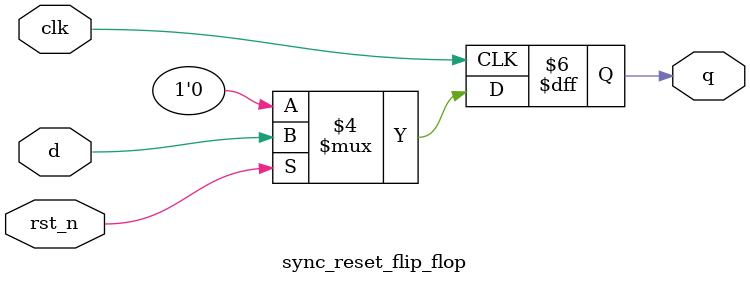
<source format=sv>
module sync_reset_flip_flop (
    input logic clk,        // Clock signal
    input logic rst_n,      // Active-low synchronous reset
    input logic d,          // Data input
    output logic q          // Output
);
    always_ff @(posedge clk) begin
        if (~rst_n)           // If reset is active (low)
            q <= 0;           // Reset the output to 0
        else
            q <= d;           // Otherwise, transfer the data input to the output
    end

endmodule

</source>
